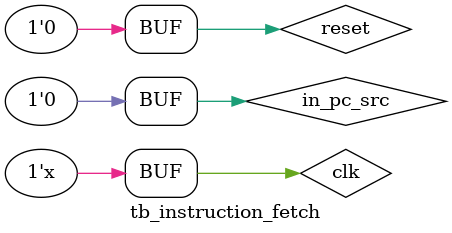
<source format=v>
`timescale 1ns / 1ps

`define LEN 32

module tb_instruction_fetch(

    );
	
	reg clk;
	reg reset;
	reg in_pc_enable;
	reg in_pc_src;
	reg [`LEN-1:0] in_pc_jump;
	wire [`LEN-1:0] out_pc_jump;
	wire [`LEN-1:0] out_instruction;
	
	instruction_fetch #(
		.len(`LEN)	
		)
		u_instruction_fetch (
			.clk(clk),
			.reset(reset),
			.in_pc_src(in_pc_src),
			.in_pc_jump(in_pc_jump),
			.out_pc_jump(out_pc_jump),
			.out_instruction(out_instruction)
		);

	initial
	begin
		clk = 0;
		reset = 1;
		#15
		reset = 0;
		in_pc_src = 0;
	end

	always 
		#5 clk = ~clk;


endmodule

</source>
